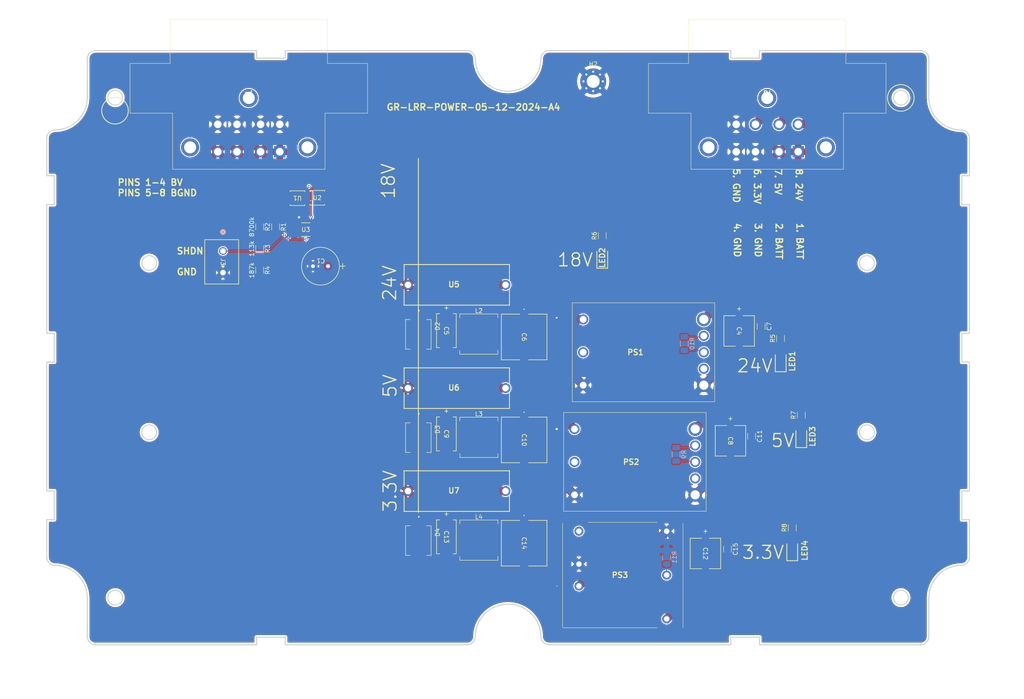
<source format=kicad_pcb>
(kicad_pcb (version 20240108) (generator "pcbnew") (generator_version "8.0")
  (layers (0 "F.Cu" signal) (31 "B.Cu" signal) (34 "B.Paste" user) (35 "F.Paste" user) (36 "B.SilkS" user "B.Silkscreen") (37 "F.SilkS" user "F.Silkscreen") (38 "B.Mask" user) (39 "F.Mask" user) (44 "Edge.Cuts" user))
  (net 0 "")
  (net 1 "24V")
  (net 2 "5V")
  (net 3 "3.3V")
  (net 4 "BV")
  (net 5 "BG")
  (net 6 "BATT+")
  (net 7 "SHDN_SW")
  (net 8 "Net-(PS1-+VIN)")
  (net 9 "Net-(PS2-+VIN)")
  (net 10 "Net-(PS3-+VIN)")
  (net 11 "Net-(C5-Pad1)")
  (net 12 "Net-(C9-Pad1)")
  (net 13 "Net-(C13-Pad1)")
  (net 14 "Net-(U3-UV)")
  (net 15 "Net-(U3-OV)")
  (net 16 "Net-(U1-G)")
  (net 17 "Net-(U1-S-Pad1)")
  (net 19 "Net-(PS1-+SENSE)")
  (net 20 "Net-(PS1-OUTPUT_TRIM)")
  (net 23 "Net-(PS2-+SENSE)")
  (net 24 "Net-(PS2-OUTPUT_TRIM)")
  (net 27 "Net-(PS3-OUTPUT_TRIM)")
  (net 32 "Net-(LED1-A)")
  (net 33 "Net-(LED2-A)")
  (net 34 "Net-(LED3-A)")
  (net 35 "Net-(LED4-A)")
  (footprint "avid_footprints:MOSFET_4DN-T1-E3_VIS" (layer "F.Cu") (at 109 99.2 180)
    (property "Reference" "U1")
    (property "Value" "SIS434DN-T1-GE3")
  )
  (footprint "avid_footprints:CAPMP7.6X4.3_4.3N_KEM-L" (layer "F.Cu") (at 143.5 177.647555 -90)
    (property "Reference" "C13")
    (property "Value" "33uF, 50V Tant")
  )
  (footprint "Resistor_SMD:R_1206_3216Metric_Pad1.30x1.75mm_HandSolder" (layer "F.Cu") (at 100.25 115.9 -90)
    (property "Reference" "R4")
    (property "Value" "187k")
  )
  (footprint "avid_footprints:WR-FSH_THT_2" (layer "F.Cu") (at 145.9 119.283645)
    (property "Reference" "U5")
    (property "Value" "696108003002" (hide yes))
  )
  (footprint "avid_footprints:U2-R_NCH-L" (layer "F.Cu") (at 161.5 155.1995 -90)
    (property "Reference" "C10")
    (property "Value" "220uF, 50V, Elec")
  )
  (footprint "avid_footprints:UEI15033Q12PC" (layer "F.Cu") (at 174.195 189.04 180)
    (property "Reference" "PS3")
    (property "Value" "UEI15-033-Q12P-C" (hide yes))
  )
  (footprint "avid_footprints:DIOM7959X262N" (layer "F.Cu") (at 137 178.516355 -90)
    (property "Reference" "D4")
    (property "Value" "SMCJ40A")
  )
  (footprint "Resistor_SMD:R_1206_3216Metric_Pad1.30x1.75mm_HandSolder" (layer "F.Cu") (at 100.25 110.9 -90)
    (property "Reference" "R3")
    (property "Value" "113k")
  )
  (footprint "avid_footprints:DT1308PB" (layer "F.Cu") (at 224.985 88.45 90)
    (property "Reference" "J2")
    (property "Value" "DT13-08PB" (hide yes))
  )
  (footprint "avid_footprints:UWS242Q12PC" (layer "F.Cu") (at 175.18 127.28)
    (property "Reference" "PS1")
    (property "Value" "UWS-24_2-Q12P-C" (hide yes))
  )
  (footprint "avid_footprints:LEDC3216X130N" (layer "F.Cu") (at 225.7 154.55 90)
    (property "Reference" "LED3")
    (property "Value" "QTLP650C2TR" (hide yes))
  )
  (footprint "avid_footprints:UWS-510-Q12P-C" (layer "F.Cu") (at 173.18 152.68)
    (property "Reference" "PS2")
    (property "Value" "UWS-510-Q12P-C" (hide yes))
  )
  (footprint "MountingHole:MountingHole_3mm_Pad_Via" (layer "F.Cu") (at 177.5 72.15)
    (property "Reference" "H2")
    (property "Value" "MountingHole_Pad")
  )
  (footprint "avid_footprints:LEDC3216X130N" (layer "F.Cu") (at 223.6 180.75 90)
    (property "Reference" "LED4")
    (property "Value" "QTLP650C2TR" (hide yes))
  )
  (footprint "Capacitor_SMD:C_1206_3216Metric_Pad1.33x1.80mm_HandSolder" (layer "F.Cu") (at 216.4 128.9 -90)
    (property "Reference" "C7")
    (property "Value" "1uF, 100V")
  )
  (footprint "avid_footprints:WR-FSH_THT_2" (layer "F.Cu") (at 145.9 143.2)
    (property "Reference" "U6")
    (property "Value" "696108003002" (hide yes))
  )
  (footprint "Capacitor_SMD:C_1206_3216Metric_Pad1.33x1.80mm_HandSolder" (layer "F.Cu") (at 214.2 154.3375 -90)
    (property "Reference" "C11")
    (property "Value" "1uF, 100V")
  )
  (footprint "avid_footprints:CAPMP7.6X4.3_4.3N_KEM-L" (layer "F.Cu") (at 143.5 129.883645 -90)
    (property "Reference" "C5")
    (property "Value" "33uF, 50V Tant")
  )
  (footprint "Resistor_SMD:R_1206_3216Metric_Pad1.30x1.75mm_HandSolder" (layer "F.Cu") (at 223.6 175.55 90)
    (property "Reference" "R8")
    (property "Value" "86ohm, 1/10w")
  )
  (footprint "avid_footprints:DT1308PB" (layer "F.Cu") (at 104.9 88.45 90)
    (property "Reference" "J1")
    (property "Value" "DT13-08PB" (hide yes))
  )
  (footprint "Resistor_SMD:R_1206_3216Metric_Pad1.30x1.75mm_HandSolder" (layer "F.Cu") (at 103.95 105.85 -90)
    (property "Reference" "R1")
    (property "Value" "100k")
  )
  (footprint "avid_footprints:50ZLH100MEFC8X11_5" (layer "F.Cu") (at 116.08325 114.95 180)
    (property "Reference" "C1")
    (property "Value" "50ZLH100MEFC8X11.5")
  )
  (footprint "avid_footprints:691137710002" (layer "F.Cu") (at 91.75 111.45 -90)
    (property "Reference" "J3")
    (property "Value" "691137710002")
  )
  (footprint "avid_footprints:U2-R_NCH-L" (layer "F.Cu") (at 161.5 131.351945 -90)
    (property "Reference" "C6")
    (property "Value" "220uF, 50V, Elec")
  )
  (footprint "avid_footprints:PCAP_6.3x5.4-ELECT_NCA-L" (layer "F.Cu") (at 203.5 181.4985 -90)
    (property "Reference" "C12")
    (property "Value" "10uF, 50v")
  )
  (footprint "Inductor_SMD:L_Coilcraft_XAL8080-XXX" (layer "F.Cu") (at 151.02 154.6)
    (property "Reference" "L3")
    (property "Value" "12uF, 10.5A")
  )
  (footprint "avid_footprints:MOSFET_4DN-T1-E3_VIS" (layer "F.Cu") (at 113.5825 99.125001)
    (property "Reference" "U2")
    (property "Value" "SIS434DN-T1-GE3")
  )
  (footprint "avid_footprints:PCAP_6.3x5.4-ELECT_NCA-L" (layer "F.Cu") (at 209.3 155.4 -90)
    (property "Reference" "C8")
    (property "Value" "10uF, 50v")
  )
  (footprint "avid_footprints:U2-R_NCH-L" (layer "F.Cu") (at 161.5 179.115855 -90)
    (property "Reference" "C14")
    (property "Value" "220uF, 50V, Elec")
  )
  (footprint "avid_footprints:DIOM7959X262N" (layer "F.Cu") (at 137 130.752445 -90)
    (property "Reference" "D2")
    (property "Value" "SMCJ40A")
  )
  (footprint "Resistor_SMD:R_1206_3216Metric_Pad1.30x1.75mm_HandSolder" (layer "F.Cu") (at 220.9 131.7 90)
    (property "Reference" "R5")
    (property "Value" "1.5k. 1/2w")
  )
  (footprint "Inductor_SMD:L_Coilcraft_XAL8080-XXX" (layer "F.Cu") (at 151 130.683645)
    (property "Reference" "L2")
    (property "Value" "12uF, 10.5A")
  )
  (footprint "avid_footprints:CAPMP7.6X4.3_4.3N_KEM-L" (layer "F.Cu") (at 143.5 153.8 -90)
    (property "Reference" "C9")
    (property "Value" "33uF, 50V Tant")
  )
  (footprint "Resistor_SMD:R_1206_3216Metric_Pad1.30x1.75mm_HandSolder" (layer "F.Cu") (at 179.6 107.9 90)
    (property "Reference" "R6")
    (property "Value" "1.5k. 1/2w")
  )
  (footprint "avid_footprints:DIOM7959X262N" (layer "F.Cu") (at 137 154.6688 -90)
    (property "Reference" "D3")
    (property "Value" "SMCJ40A")
  )
  (footprint "avid_footprints:LEDC3216X130N" (layer "F.Cu") (at 179.6 113 90)
    (property "Reference" "LED2")
    (property "Value" "QTLP650C2TR" (hide yes))
  )
  (footprint "avid_footprints:PCAP_6.3x5.4-ELECT_NCA-L" (layer "F.Cu") (at 211.3 129.9543 -90)
    (property "Reference" "C4")
    (property "Value" "10uF, 50v")
  )
  (footprint "Resistor_SMD:R_1206_3216Metric_Pad1.30x1.75mm_HandSolder" (layer "F.Cu") (at 225.7 149.45 90)
    (property "Reference" "R7")
    (property "Value" "200ohm, 1/10w")
  )
  (footprint "avid_footprints:LEDC3216X130N" (layer "F.Cu") (at 220.93 136.975 90)
    (property "Reference" "LED1")
    (property "Value" "QTLP650C2TR" (hide yes))
  )
  (footprint "Inductor_SMD:L_Coilcraft_XAL8080-XXX" (layer "F.Cu") (at 151.02 178.416355)
    (property "Reference" "L4")
    (property "Value" "12uF, 10.5A")
  )
  (footprint "avid_footprints:TSOT-23_TS8_LIT" (layer "F.Cu") (at 110.93555 106.475001)
    (property "Reference" "U3")
    (property "Value" "LTC4365CTS8-TRMPBF")
  )
  (footprint "Resistor_SMD:R_1206_3216Metric_Pad1.30x1.75mm_HandSolder" (layer "F.Cu") (at 100.25 105.85 -90)
    (property "Reference" "R2")
    (property "Value" "8700k")
  )
  (footprint "avid_footprints:WR-FSH_THT_2" (layer "F.Cu") (at 145.9 167.047555)
    (property "Reference" "U7")
    (property "Value" "696108003002" (hide yes))
  )
  (footprint "Capacitor_SMD:C_1206_3216Metric_Pad1.33x1.80mm_HandSolder" (layer "F.Cu") (at 208.6 180.4985 -90)
    (property "Reference" "C15")
    (property "Value" "1uF, 100V")
  )
  (footprint "Resistor_SMD:R_1206_3216Metric_Pad1.30x1.75mm_HandSolder" (layer "B.Cu") (at 196.7 158.55 90)
    (property "Reference" "R9")
    (property "Value" "168")
  )
  (footprint "Resistor_SMD:R_1206_3216Metric_Pad1.30x1.75mm_HandSolder" (layer "B.Cu") (at 194.5 182.4 90)
    (property "Reference" "R11")
    (property "Value" "168")
  )
  (footprint "Resistor_SMD:R_1206_3216Metric_Pad1.30x1.75mm_HandSolder" (layer "B.Cu") (at 198.6 132.9 90)
    (property "Reference" "R10")
    (property "Value" "168")
  )
  (gr_line (start 137 90) (end 137 172) (stroke (width 0.2)) (layer "F.SilkS"))
  (gr_circle (center 66.735 78.93) (end 69.815584 78.93) (stroke (width 0.2)) (fill none) (layer "F.SilkS"))
  (gr_circle (center 248.754416 75.98) (end 251.835 75.98) (stroke (width 0.2)) (fill none) (layer "F.SilkS"))
  (gr_circle (center 74.660484 153.42925) (end 74.660484 151.71475) (stroke (width 0.25)) (fill none) (layer "Edge.Cuts"))
  (gr_arc (start 150.170335 200.769637) (mid 157.781984 193.238966) (end 165.393633 200.769637) (stroke (width 0.25)) (layer "Edge.Cuts"))
  (gr_line (start 52.672222 93.999539) (end 52.672222 100.654161) (stroke (width 0.25)) (layer "Edge.Cuts"))
  (gr_line (start 255.237 75.80685) (end 255.237 66.91685) (stroke (width 0.25)) (layer "Edge.Cuts"))
  (gr_line (start 209.382173 65.029334) (end 167.281041 65.029334) (stroke (width 0.25)) (layer "Edge.Cuts"))
  (gr_arc (start 150.170335 200.769637) (mid 149.610458 202.091256) (end 148.282927 202.636966) (stroke (width 0.25)) (layer "Edge.Cuts"))
  (gr_arc (start 62.214484 202.636966) (mid 60.879824 202.08411) (end 60.326968 200.74945) (stroke (width 0.25)) (layer "Edge.Cuts"))
  (gr_line (start 60.326968 191.85945) (end 60.326968 200.74945) (stroke (width 0.25)) (layer "Edge.Cuts"))
  (gr_line (start 52.672222 130.505839) (end 52.672222 137.160461) (stroke (width 0.25)) (layer "Edge.Cuts"))
  (gr_line (start 264.635 100.654161) (end 262.891746 100.654161) (stroke (width 0.25)) (layer "Edge.Cuts"))
  (gr_line (start 62.214484 202.636966) (end 99.527173 202.636966) (stroke (width 0.25)) (layer "Edge.Cuts"))
  (gr_line (start 52.672222 137.160461) (end 50.928968 137.160461) (stroke (width 0.25)) (layer "Edge.Cuts"))
  (gr_line (start 255.237 200.74945) (end 255.237 191.85945) (stroke (width 0.25)) (layer "Edge.Cuts"))
  (gr_line (start 106.181795 200.893712) (end 106.181795 202.636966) (stroke (width 0.25)) (layer "Edge.Cuts"))
  (gr_arc (start 165.393633 66.896663) (mid 165.953537 65.575072) (end 167.281041 65.029334) (stroke (width 0.25)) (layer "Edge.Cuts"))
  (gr_arc (start 52.796297 184.247801) (mid 58.126162 186.50574) (end 60.326968 191.85945) (stroke (width 0.25)) (layer "Edge.Cuts"))
  (gr_line (start 262.891746 137.160461) (end 262.891746 130.505839) (stroke (width 0.25)) (layer "Edge.Cuts"))
  (gr_line (start 216.036795 202.636966) (end 253.349484 202.636966) (stroke (width 0.25)) (layer "Edge.Cuts"))
  (gr_line (start 52.672222 173.666761) (end 50.928968 173.666761) (stroke (width 0.25)) (layer "Edge.Cuts"))
  (gr_line (start 50.928968 85.305907) (end 50.928968 93.999539) (stroke (width 0.25)) (layer "Edge.Cuts"))
  (gr_arc (start 253.349484 65.029334) (mid 254.684174 65.58216) (end 255.237 66.91685) (stroke (width 0.25)) (layer "Edge.Cuts"))
  (gr_line (start 262.891746 100.654161) (end 262.891746 93.999539) (stroke (width 0.25)) (layer "Edge.Cuts"))
  (gr_circle (center 74.660484 114.23705) (end 74.660484 112.52255) (stroke (width 0.25)) (fill none) (layer "Edge.Cuts"))
  (gr_line (start 253.349484 65.029334) (end 216.036795 65.029334) (stroke (width 0.25)) (layer "Edge.Cuts"))
  (gr_circle (center 248.777484 75.93385) (end 248.777484 74.21935) (stroke (width 0.25)) (fill none) (layer "Edge.Cuts"))
  (gr_arc (start 264.635 182.360393) (mid 264.08926 183.687894) (end 262.767671 184.247801) (stroke (width 0.25)) (layer "Edge.Cuts"))
  (gr_line (start 262.891746 93.999539) (end 264.635 93.999539) (stroke (width 0.25)) (layer "Edge.Cuts"))
  (gr_line (start 167.281041 202.636966) (end 209.382173 202.636966) (stroke (width 0.25)) (layer "Edge.Cuts"))
  (gr_line (start 264.635 137.160461) (end 262.891746 137.160461) (stroke (width 0.25)) (layer "Edge.Cuts"))
  (gr_arc (start 50.928968 85.305907) (mid 51.474695 83.978392) (end 52.796297 83.418499) (stroke (width 0.25)) (layer "Edge.Cuts"))
  (gr_circle (center 240.903484 153.42925) (end 240.903484 151.71475) (stroke (width 0.25)) (fill none) (layer "Edge.Cuts"))
  (gr_line (start 216.036795 66.772588) (end 209.382173 66.772588) (stroke (width 0.25)) (layer "Edge.Cuts"))
  (gr_line (start 106.181795 202.636966) (end 148.282927 202.636966) (stroke (width 0.25)) (layer "Edge.Cuts"))
  (gr_line (start 99.527173 66.772588) (end 99.527173 65.029334) (stroke (width 0.25)) (layer "Edge.Cuts"))
  (gr_arc (start 148.282927 65.029334) (mid 149.61041 65.575093) (end 150.170335 66.896663) (stroke (width 0.25)) (layer "Edge.Cuts"))
  (gr_line (start 216.036795 65.029334) (end 216.036795 66.772588) (stroke (width 0.25)) (layer "Edge.Cuts"))
  (gr_circle (center 66.786484 75.93385) (end 66.786484 74.21935) (stroke (width 0.25)) (fill none) (layer "Edge.Cuts"))
  (gr_line (start 264.635 167.012139) (end 264.635 137.160461) (stroke (width 0.25)) (layer "Edge.Cuts"))
  (gr_line (start 209.382173 200.893712) (end 216.036795 200.893712) (stroke (width 0.25)) (layer "Edge.Cuts"))
  (gr_line (start 52.672222 167.012139) (end 52.672222 173.666761) (stroke (width 0.25)) (layer "Edge.Cuts"))
  (gr_arc (start 167.281041 202.636966) (mid 165.953509 202.091257) (end 165.393633 200.769637) (stroke (width 0.25)) (layer "Edge.Cuts"))
  (gr_line (start 264.635 182.360393) (end 264.635 173.666761) (stroke (width 0.25)) (layer "Edge.Cuts"))
  (gr_line (start 50.928968 130.505839) (end 52.672222 130.505839) (stroke (width 0.25)) (layer "Edge.Cuts"))
  (gr_line (start 148.282927 65.029334) (end 106.181795 65.029334) (stroke (width 0.25)) (layer "Edge.Cuts"))
  (gr_arc (start 52.796297 184.247801) (mid 51.474696 183.687906) (end 50.928968 182.360393) (stroke (width 0.25)) (layer "Edge.Cuts"))
  (gr_line (start 99.527173 202.636966) (end 99.527173 200.893712) (stroke (width 0.25)) (layer "Edge.Cuts"))
  (gr_line (start 99.527173 200.893712) (end 106.181795 200.893712) (stroke (width 0.25)) (layer "Edge.Cuts"))
  (gr_line (start 209.382173 66.772588) (end 209.382173 65.029334) (stroke (width 0.25)) (layer "Edge.Cuts"))
  (gr_line (start 60.326968 66.91685) (end 60.326968 75.80685) (stroke (width 0.25)) (layer "Edge.Cuts"))
  (gr_line (start 52.672222 100.654161) (end 50.928968 100.654161) (stroke (width 0.25)) (layer "Edge.Cuts"))
  (gr_arc (start 262.767671 83.418499) (mid 257.437835 81.16053) (end 255.237 75.80685) (stroke (width 0.25)) (layer "Edge.Cuts"))
  (gr_arc (start 255.237 191.85945) (mid 257.437824 186.505758) (end 262.767671 184.247801) (stroke (width 0.25)) (layer "Edge.Cuts"))
  (gr_circle (center 248.777484 191.73245) (end 248.777484 190.01795) (stroke (width 0.25)) (fill none) (layer "Edge.Cuts"))
  (gr_arc (start 165.393633 66.896663) (mid 157.781984 74.427334) (end 150.170335 66.896663) (stroke (width 0.25)) (layer "Edge.Cuts"))
  (gr_line (start 106.181795 65.029334) (end 106.181795 66.772588) (stroke (width 0.25)) (layer "Edge.Cuts"))
  (gr_line (start 99.527173 65.029334) (end 62.214484 65.029334) (stroke (width 0.25)) (layer "Edge.Cuts"))
  (gr_line (start 264.635 93.999539) (end 264.635 85.305907) (stroke (width 0.25)) (layer "Edge.Cuts"))
  (gr_line (start 50.928968 137.160461) (end 50.928968 167.012139) (stroke (width 0.25)) (layer "Edge.Cuts"))
  (gr_arc (start 262.767671 83.418499) (mid 264.08928 83.978385) (end 264.635 85.305907) (stroke (width 0.25)) (layer "Edge.Cuts"))
  (gr_circle (center 66.786484 191.73245) (end 66.786484 190.01795) (stroke (width 0.25)) (fill none) (layer "Edge.Cuts"))
  (gr_line (start 262.891746 130.505839) (end 264.635 130.505839) (stroke (width 0.25)) (layer "Edge.Cuts"))
  (gr_line (start 50.928968 93.999539) (end 52.672222 93.999539) (stroke (width 0.25)) (layer "Edge.Cuts"))
  (gr_line (start 209.382173 202.636966) (end 209.382173 200.893712) (stroke (width 0.25)) (layer "Edge.Cuts"))
  (gr_line (start 262.891746 167.012139) (end 264.635 167.012139) (stroke (width 0.25)) (layer "Edge.Cuts"))
  (gr_line (start 264.635 173.666761) (end 262.891746 173.666761) (stroke (width 0.25)) (layer "Edge.Cuts"))
  (gr_line (start 50.928968 173.666761) (end 50.928968 182.360393) (stroke (width 0.25)) (layer "Edge.Cuts"))
  (gr_line (start 264.635 130.505839) (end 264.635 100.654161) (stroke (width 0.25)) (layer "Edge.Cuts"))
  (gr_arc (start 60.326968 66.91685) (mid 60.879812 65.582178) (end 62.214484 65.029334) (stroke (width 0.25)) (layer "Edge.Cuts"))
  (gr_line (start 216.036795 200.893712) (end 216.036795 202.636966) (stroke (width 0.25)) (layer "Edge.Cuts"))
  (gr_line (start 50.928968 100.654161) (end 50.928968 130.505839) (stroke (width 0.25)) (layer "Edge.Cuts"))
  (gr_circle (center 240.903484 114.23705) (end 240.903484 112.52255) (stroke (width 0.25)) (fill none) (layer "Edge.Cuts"))
  (gr_arc (start 255.237 200.74945) (mid 254.684163 202.084129) (end 253.349484 202.636966) (stroke (width 0.25)) (layer "Edge.Cuts"))
  (gr_arc (start 60.326968 75.80685) (mid 58.126145 81.160542) (end 52.796297 83.418499) (stroke (width 0.25)) (layer "Edge.Cuts"))
  (gr_line (start 50.928968 167.012139) (end 52.672222 167.012139) (stroke (width 0.25)) (layer "Edge.Cuts"))
  (gr_line (start 106.181795 66.772588) (end 99.527173 66.772588) (stroke (width 0.25)) (layer "Edge.Cuts"))
  (gr_line (start 262.891746 173.666761) (end 262.891746 167.012139) (stroke (width 0.25)) (layer "Edge.Cuts"))
  (gr_text "5V" (at 132.2 145.6 90) (layer "F.SilkS") (effects (font (size 3 3) (thickness 0.3) (bold yes)) (justify left bottom)))
  (gr_text "24V" (at 132.1 123.2 90) (layer "F.SilkS") (effects (font (size 3 3) (thickness 0.3) (bold yes)) (justify left bottom)))
  (gr_text "24V" (at 210.6 139.8 0) (layer "F.SilkS") (effects (font (size 3 3) (thickness 0.3) (bold yes)) (justify left bottom)))
  (gr_text "3.3V" (at 132.2 172.1 90) (layer "F.SilkS") (effects (font (size 3 3) (thickness 0.3) (bold yes)) (justify left bottom)))
  (gr_text "18V" (at 131.8 99.6 90) (layer "F.SilkS") (effects (font (size 3 3) (thickness 0.3) (bold yes)) (justify left bottom)))
  (gr_text "8. 24V\n\n7. 5V\n\n6. 3.3V\n\n5. GND" (at 209.8 92.2 270) (layer "F.SilkS") (effects (font (size 1.5 1.5) (thickness 0.3) (bold yes)) (justify left bottom)))
  (gr_text "SHDN\n\nGND\n" (at 80.9 117.15 0) (layer "F.SilkS") (effects (font (size 1.5 1.5) (thickness 0.3) (bold yes)) (justify left bottom)))
  (gr_text "PINS 1-4 BV\nPINS 5-8 BGND" (at 67.2 98.85 0) (layer "F.SilkS") (effects (font (size 1.5 1.5) (thickness 0.3) (bold yes)) (justify left bottom)))
  (gr_text "5V" (at 218.5 157.1 0) (layer "F.SilkS") (effects (font (size 3 3) (thickness 0.3) (bold yes)) (justify left bottom)))
  (gr_text "18V" (at 169 115.25 0) (layer "F.SilkS") (effects (font (size 3 3) (thickness 0.3) (bold yes)) (justify left bottom)))
  (gr_text "3.3V" (at 211.8 183 0) (layer "F.SilkS") (effects (font (size 3 3) (thickness 0.3) (bold yes)) (justify left bottom)))
  (gr_text "1. BATT\n\n2. BATT\n\n3. GND\n\n4. GND" (at 210 104.8 270) (layer "F.SilkS") (effects (font (size 1.5 1.5) (thickness 0.3) (bold yes)) (justify left bottom)))
  (gr_text "GR-LRR-POWER-05-12-2024-A4" (at 129.5 79 0) (layer "F.SilkS") (effects (font (size 1.5 1.5) (thickness 0.3) (bold yes)) (justify left bottom)))
  (segment (start 215.3265 125.6015) (end 204.7985 125.6015) (width 2) (layer "F.Cu") (net 1))
  (segment (start 204.7985 125.6015) (end 203.12 127.28) (width 2) (layer "F.Cu") (net 1))
  (segment (start 246.5 94.2) (end 246.5 114.2) (width 2) (layer "F.Cu") (net 1))
  (segment (start 246.5 114.2) (end 235.0985 125.6015) (width 2) (layer "F.Cu") (net 1))
  (segment (start 219.2125 130.15) (end 216.4 127.3375) (width 0.2) (layer "F.Cu") (net 1))
  (segment (start 216.4 127.3375) (end 216.4 126.675) (width 2) (layer "F.Cu") (net 1))
  (segment (start 220.9 130.15) (end 219.2125 130.15) (width 0.2) (layer "F.Cu") (net 1))
  (segment (start 224.985 82.1) (end 225.085 82) (width 2) (layer "F.Cu") (net 1))
  (segment (start 225.085 82) (end 234.3 82) (width 2) (layer "F.Cu") (net 1))
  (segment (start 235.0985 125.6015) (end 215.3265 125.6015) (width 2) (layer "F.Cu") (net 1))
  (segment (start 216.4 126.675) (end 215.3265 125.6015) (width 2) (layer "F.Cu") (net 1))
  (segment (start 234.3 82) (end 246.5 94.2) (width 2) (layer "F.Cu") (net 1))
  (segment (start 214.2 152.1125) (end 213.1347 151.0472) (width 2) (layer "F.Cu") (net 2))
  (segment (start 223.14 79.5) (end 236.4 79.5) (width 2) (layer "F.Cu") (net 2))
  (segment (start 220.54 82.1) (end 223.14 79.5) (width 2) (layer "F.Cu") (net 2))
  (segment (start 202.7528 151.0472) (end 201.12 152.68) (width 2) (layer "F.Cu") (net 2))
  (segment (start 214.2 152.775) (end 214.2 152.1125) (width 2) (layer "F.Cu") (net 2))
  (segment (start 219.075 147.9) (end 214.2 152.775) (width 0.2) (layer "F.Cu") (net 2))
  (segment (start 249.6 117.375) (end 214.2 152.775) (width 2) (layer "F.Cu") (net 2))
  (segment (start 249.6 92.7) (end 249.6 117.375) (width 2) (layer "F.Cu") (net 2))
  (segment (start 213.1347 151.0472) (end 202.7528 151.0472) (width 2) (layer "F.Cu") (net 2))
  (segment (start 225.7 147.9) (end 219.075 147.9) (width 0.2) (layer "F.Cu") (net 2))
  (segment (start 236.4 79.5) (end 249.6 92.7) (width 2) (layer "F.Cu") (net 2))
  (segment (start 219.92 79.58) (end 223.5 76) (width 2) (layer "F.Cu") (net 3))
  (segment (start 213.536 174) (end 212.018 175.518) (width 0.2) (layer "F.Cu") (net 3))
  (segment (start 199.732986 177.1457) (end 207.267014 177.1457) (width 2) (layer "F.Cu") (net 3))
  (segment (start 223.5 76) (end 238.3 76) (width 2) (layer "F.Cu") (net 3))
  (segment (start 197.3 179.578686) (end 199.732986 177.1457) (width 2) (layer "F.Cu") (net 3))
  (segment (start 223.6 174) (end 213.536 174) (width 0.2) (layer "F.Cu") (net 3))
  (segment (start 207.267014 177.1457) (end 208.6 178.478686) (width 2) (layer "F.Cu") (net 3))
  (segment (start 252.8 90.5) (end 252.8 134.736) (width 2) (layer "F.Cu") (net 3))
  (segment (start 215.08 82.1) (end 217.6 79.58) (width 2) (layer "F.Cu") (net 3))
  (segment (start 252.8 134.736) (end 212.018 175.518) (width 2) (layer "F.Cu") (net 3))
  (segment (start 194.515 196.66) (end 197.3 193.875) (width 2) (layer "F.Cu") (net 3))
  (segment (start 217.6 79.58) (end 219.92 79.58) (width 2) (layer "F.Cu") (net 3))
  (segment (start 208.6 178.478686) (end 208.6 178.936) (width 2) (layer "F.Cu") (net 3))
  (segment (start 197.3 193.875) (end 197.3 179.578686) (width 2) (layer "F.Cu") (net 3))
  (segment (start 238.3 76) (end 252.8 90.5) (width 2) (layer "F.Cu") (net 3))
  (segment (start 212.018 175.518) (end 208.6 178.936) (width 2) (layer "F.Cu") (net 3))
  (segment (start 105.150002 105.500002) (end 103.95 104.3) (width 0.2) (layer "F.Cu") (net 4))
  (segment (start 109.6211 105.500002) (end 105.150002 105.500002) (width 0.2) (layer "F.Cu") (net 4))
  (segment (start 141.932694 158.1538) (end 143.5 156.586494) (width 2) (layer "F.Cu") (net 5))
  (segment (start 161.5 159.2) (end 160.5475 160.1525) (width 2) (layer "F.Cu") (net 5))
  (segment (start 109.6211 107.45) (end 109.25 107.45) (width 0.2) (layer "F.Cu") (net 5))
  (segment (start 194.515 176.34) (end 189.2 181.655) (width 2) (layer "F.Cu") (net 5))
  (segment (start 161.5 135.352445) (end 168.012445 135.352445) (width 2) (layer "F.Cu") (net 5))
  (segment (start 216.4 130.4625) (end 216.4 132.974114) (width 2) (layer "F.Cu") (net 5))
  (segment (start 147.066006 160.1525) (end 143.5 156.586494) (width 2) (layer "F.Cu") (net 5))
  (segment (start 143.5 132.670139) (end 143.634899 132.670139) (width 2) (layer "F.Cu") (net 5))
  (segment (start 137 158.1538) (end 141.932694 158.1538) (width 2) (layer "F.Cu") (net 5))
  (segment (start 203.615693 189.502621) (end 203.615693 190.884307) (width 2) (layer "F.Cu") (net 5))
  (segment (start 146.348405 135.383645) (end 161.4688 135.383645) (width 2) (layer "F.Cu") (net 5))
  (segment (start 209.117314 159.922686) (end 209.117314 159.7528) (width 2) (layer "F.Cu") (net 5))
  (segment (start 216.4 132.974114) (end 215.067014 134.3071) (width 2) (layer "F.Cu") (net 5))
  (segment (start 203.615693 190.884307) (end 203.615693 185.784307) (width 2) (layer "F.Cu") (net 5))
  (segment (start 191.3 200.6) (end 198.2 200.6) (width 2) (layer "F.Cu") (net 5))
  (segment (start 201.12 167.92) (end 209.117314 159.922686) (width 2) (layer "F.Cu") (net 5))
  (segment (start 164.46 159.2) (end 173.18 167.92) (width 2) (layer "F.Cu") (net 5))
  (segment (start 141.932694 134.237445) (end 143.5 132.670139) (width 2) (layer "F.Cu") (net 5))
  (segment (start 161.4688 135.383645) (end 161.5 135.352445) (width 2) (layer "F.Cu") (net 5))
  (segment (start 208.6 182.061) (end 208.6 184.518314) (width 2) (layer "F.Cu") (net 5))
  (segment (start 168.012445 135.352445) (end 175.18 142.52) (width 2) (layer "F.Cu") (net 5))
  (segment (start 143.5 180.434049) (end 146.182306 183.116355) (width 2) (layer "F.Cu") (net 5))
  (segment (start 189.2 198.5) (end 191.3 200.6) (width 2) (layer "F.Cu") (net 5))
  (segment (start 203.615693 195.184307) (end 203.615693 190.884307) (width 2) (layer "F.Cu") (net 5))
  (segment (start 214.2 155.9) (end 214.2 158.619814) (width 2) (layer "F.Cu") (net 5))
  (segment (start 160.5475 160.1525) (end 147.066006 160.1525) (width 2) (layer "F.Cu") (net 5))
  (segment (start 100.25 116.45) (end 100.25 117.45) (width 0.2) (layer "F.Cu") (net 5))
  (segment (start 211.117314 134.522686) (end 211.117314 134.3071) (width 2) (layer "F.Cu") (net 5))
  (segment (start 208.6 184.518314) (end 203.615693 189.502621) (width 2) (layer "F.Cu") (net 5))
  (segment (start 146.182306 183.116355) (end 161.5 183.116355) (width 2) (layer "F.Cu") (net 5))
  (segment (start 161.5 159.2) (end 164.46 159.2) (width 2) (layer "F.Cu") (net 5))
  (segment (start 212.897128 159.922686) (end 209.117314 159.922686) (width 2) (layer "F.Cu") (net 5))
  (segment (start 109.25 107.45) (end 100.25 116.45) (width 0.2) (layer "F.Cu") (net 5))
  (segment (start 214.2 158.619814) (end 212.897128 159.922686) (width 2) (layer "F.Cu") (net 5))
  (segment (start 189.2 181.655) (end 189.2 198.5) (width 2) (layer "F.Cu") (net 5))
  (segment (start 143.634899 132.670139) (end 146.348405 135.383645) (width 2) (layer "F.Cu") (net 5))
  (segment (start 198.2 200.6) (end 203.615693 195.184307) (width 2) (layer "F.Cu") (net 5))
  (segment (start 141.932694 182.001355) (end 143.5 180.434049) (width 2) (layer "F.Cu") (net 5))
  (segment (start 161.5 183.116355) (end 167.418645 183.116355) (width 2) (layer "F.Cu") (net 5))
  (segment (start 137 182.001355) (end 141.932694 182.001355) (width 2) (layer "F.Cu") (net 5))
  (segment (start 137 134.237445) (end 141.932694 134.237445) (width 2) (layer "F.Cu") (net 5))
  (segment (start 203.12 142.52) (end 211.117314 134.522686) (width 2) (layer "F.Cu") (net 5))
  (segment (start 215.067014 134.3071) (end 211.117314 134.3071) (width 2) (layer "F.Cu") (net 5))
  (segment (start 194.5 180.85) (end 194.5 176.355) (width 0.2) (layer "B.Cu") (net 5))
  (segment (start 194.5 176.355) (end 194.515 176.34) (width 0.2) (layer "B.Cu") (net 5))
  (segment (start 112.88815 106.15) (end 115.1 103.93815) (width 0.2) (layer "F.Cu") (net 6))
  (segment (start 115.1 103.93815) (end 115.1 100.1) (width 0.2) (layer "F.Cu") (net 6))
  (segment (start 112.25 106.15) (end 112.88815 106.15) (width 0.2) (layer "F.Cu") (net 6))
  (segment (start 103.95 107.4) (end 105.7 107.4) (width 0.2) (layer "F.Cu") (net 7))
  (segment (start 105.7 107.4) (end 106 107.7) (width 0.2) (layer "F.Cu") (net 7))
  (segment (start 111 108.7) (end 112.25 107.45) (width 0.2) (layer "F.Cu") (net 7))
  (via (at 106 107.7) (size 0.6) (drill 0.3) (layers "F.Cu" "B.Cu") (net 7))
  (via (at 111 108.7) (size 0.6) (drill 0.3) (layers "F.Cu" "B.Cu") (net 7))
  (segment (start 107 108.7) (end 106 107.7) (width 0.2) (layer "B.Cu") (net 7))
  (segment (start 111 108.7) (end 107 108.7) (width 0.2) (layer "B.Cu") (net 7))
  (segment (start 91.75 111.45) (end 102.25 111.45) (width 0.2) (layer "B.Cu") (net 7))
  (segment (start 102.25 111.45) (end 106 107.7) (width 0.2) (layer "B.Cu") (net 7))
  (segment (start 153.58 130.683645) (end 158.1678 130.683645) (width 2) (layer "F.Cu") (net 8))
  (segment (start 158.1678 130.683645) (end 161.5 127.351445) (width 2) (layer "F.Cu") (net 8))
  (segment (start 175.18 127.28) (end 161.571445 127.28) (width 2) (layer "F.Cu") (net 8))
  (segment (start 161.571445 127.28) (end 161.5 127.351445) (width 2) (layer "F.Cu") (net 8))
  (segment (start 171.699 151.199) (end 173.18 152.68) (width 2) (layer "F.Cu") (net 9))
  (segment (start 158.099 154.6) (end 161.5 151.199) (width 2) (layer "F.Cu") (net 9))
  (segment (start 153.6 154.6) (end 158.099 154.6) (width 2) (layer "F.Cu") (net 9))
  (segment (start 161.5 151.199) (end 171.699 151.199) (width 2) (layer "F.Cu") (net 9))
  (segment (start 164.315355 172.3) (end 161.5 175.115355) (width 2) (layer "F.Cu") (net 10))
  (segment (start 176.6 172.3) (end 164.315355 172.3) (width 2) (layer "F.Cu") (net 10))
  (segment (start 156.901 175.115355) (end 153.6 178.416355) (width 2) (layer "F.Cu") (net 10))
  (segment (start 161.5 175.115355) (end 156.901 175.115355) (width 2) (layer "F.Cu") (net 10))
  (segment (start 179.6 175.3) (end 176.6 172.3) (width 2) (layer "F.Cu") (net 10))
  (segment (start 179.6 183.635) (end 179.6 175.3) (width 2) (layer "F.Cu") (net 10))
  (segment (start 174.195 189.04) (end 179.6 183.635) (width 2) (layer "F.Cu") (net 10))
  (segment (start 137.170294 127.097151) (end 137 127.267445) (width 2) (layer "F.Cu") (net 11))
  (segment (start 143.5 127.097151) (end 137.170294 127.097151) (width 2) (layer "F.Cu") (net 11))
  (segment (start 157.2 119.283645) (end 144.9838 119.283645) (width 2) (layer "F.Cu") (net 11))
  (segment (start 147.086494 130.683645) (end 143.5 127.097151) (width 2) (layer "F.Cu") (net 11))
  (segment (start 148.42 130.683645) (end 147.086494 130.683645) (width 2) (layer "F.Cu") (net 11))
  (segment (start 144.9838 119.283645) (end 137 127.267445) (width 2) (layer "F.Cu") (net 11))
  (segment (start 143.5 151.013506) (end 144.853506 151.013506) (width 2) (layer "F.Cu") (net 12))
  (segment (start 137 151.1838) (end 143.329706 151.1838) (width 2) (layer "F.Cu") (net 12))
  (segment (start 157.2 143.2) (end 144.9838 143.2) (width 2) (layer "F.Cu") (net 12))
  (segment (start 143.329706 151.1838) (end 143.5 151.013506) (width 2) (layer "F.Cu") (net 12))
  (segment (start 144.853506 151.013506) (end 148.44 154.6) (width 2) (layer "F.Cu") (net 12))
  (segment (start 144.9838 143.2) (end 137 151.1838) (width 2) (layer "F.Cu") (net 12))
  (segment (start 157.2 167.047555) (end 144.9838 167.047555) (width 2) (layer "F.Cu") (net 13))
  (segment (start 143.5 174.861061) (end 144.884706 174.861061) (width 2) (layer "F.Cu") (net 13))
  (segment (start 143.329706 175.031355) (end 143.5 174.861061) (width 2) (layer "F.Cu") (net 13))
  (segment (start 144.9838 167.047555) (end 137 175.031355) (width 2) (layer "F.Cu") (net 13))
  (segment (start 137 175.031355) (end 143.329706 175.031355) (width 2) (layer "F.Cu") (net 13))
  (segment (start 144.884706 174.861061) (end 148.44 178.416355) (width 2) (layer "F.Cu") (net 13))
  (segment (start 100.25 107.4) (end 100.25 109.35) (width 0.2) (layer "F.Cu") (net 14))
  (segment (start 101.5 106.15) (end 100.25 107.4) (width 0.2) (layer "F.Cu") (net 14))
  (segment (start 109.6211 106.15) (end 101.5 106.15) (width 0.2) (layer "F.Cu") (net 14))
  (segment (start 103 112.45) (end 100.25 112.45) (width 0.2) (layer "F.Cu") (net 15))
  (segment (start 109.6211 106.800002) (end 108.649998 106.800002) (width 0.2) (layer "F.Cu") (net 15))
  (segment (start 100.25 112.45) (end 100.25 114.35) (width 0.2) (layer "F.Cu") (net 15))
  (segment (start 108.649998 106.800002) (end 103 112.45) (width 0.2) (layer "F.Cu") (net 15))
  (segment (start 110.5175 97.6325) (end 111.7 96.45) (width 0.2) (layer "F.Cu") (net 16))
  (segment (start 112.25 103.6) (end 112.3 103.55) (width 0.2) (layer "F.Cu") (net 16))
  (segment (start 110.5175 98.225001) (end 110.5175 97.6325) (width 0.2) (layer "F.Cu") (net 16))
  (segment (start 112.25 105.500002) (end 112.25 103.6) (width 0.2) (layer "F.Cu") (net 16))
  (segment (start 112.3 103.55) (end 112.065 103.315) (width 0.2) (layer "F.Cu") (net 16))
  (segment (start 112.25 100.285) (end 112.065 100.1) (width 0.2) (layer "F.Cu") (net 16))
  (segment (start 112.065 103.315) (end 112.065 100.1) (width 0.2) (layer "F.Cu") (net 16))
  (via (at 111.7 96.45) (size 0.6) (drill 0.3) (layers "F.Cu" "B.Cu") (net 16))
  (via (at 112.3 103.55) (size 0.6) (drill 0.3) (layers "F.Cu" "B.Cu") (net 16))
  (segment (start 112.3 97.05) (end 111.7 96.45) (width 0.2) (layer "B.Cu") (net 16))
  (segment (start 112.3 103.55) (end 112.3 97.05) (width 0.2) (layer "B.Cu") (net 16))
  (segment (start 202.86 131.35) (end 203.12 131.09) (width 0.2) (layer "B.Cu") (net 19))
  (segment (start 198.6 131.35) (end 202.86 131.35) (width 0.2) (layer "B.Cu") (net 19))
  (segment (start 198.6 134.45) (end 202.67 134.45) (width 0.2) (layer "B.Cu") (net 20))
  (segment (start 202.67 134.45) (end 203.12 134.9) (width 0.2) (layer "B.Cu") (net 20))
  (segment (start 196.7 157) (end 200.61 157) (width 0.2) (layer "B.Cu") (net 23))
  (segment (start 200.61 157) (end 201.12 156.49) (width 0.2) (layer "B.Cu") (net 23))
  (segment (start 200.92 160.1) (end 201.12 160.3) (width 0.2) (layer "B.Cu") (net 24))
  (segment (start 196.7 160.1) (end 200.92 160.1) (width 0.2) (layer "B.Cu") (net 24))
  (segment (start 194.5 183.95) (end 194.5 186.485) (width 0.2) (layer "B.Cu") (net 27))
  (segment (start 194.5 186.485) (end 194.515 186.5) (width 0.2) (layer "B.Cu") (net 27))
  (segment (start 220.9 133.25) (end 220.9 135.445) (width 0.2) (layer "F.Cu") (net 32))
  (segment (start 179.6 109.45) (end 179.6 111.5) (width 0.2) (layer "F.Cu") (net 33))
  (segment (start 225.7 151) (end 225.7 153.05) (width 0.2) (layer "F.Cu") (net 34))
  (segment (start 223.6 177.1) (end 223.6 179.25) (width 0.2) (layer "F.Cu") (net 35))
  (zone (net 6) (net_name "BATT+") (layer "F.Cu") (priority 2) (connect_pads thru_hole_only (clearance 0.25)) (min_thickness 0.25) (fill yes (thermal_gap 0.75) (thermal_bridge_width 1.5) (smoothing chamfer) (radius 0.5))
    (polygon (pts (xy 114.5 91) (xy 217.8 91) (xy 217.8 84) (xy 228.75 84) (xy 228.75 106.5) (xy 133.8 106.6) (xy 133.8 114.6) (xy 137.1 114.6) (xy 137.1 124) (xy 133.7 124) (xy 133.7 138.5) (xy 137.1 138.5) (xy 137.1 147.9) (xy 133.7 147.9) (xy 133.7 162.4) (xy 137.1 162.4) (xy 137.1 172) (xy 133.75 172) (xy 114.25 172)))
  )
  (zone (net 4) (net_name "BV") (layer "F.Cu") (priority 3) (connect_pads thru_hole_only (clearance 0.25)) (min_thickness 0.25) (fill yes (thermal_gap 0.75) (thermal_bridge_width 1.5) (smoothing chamfer) (radius 0.25))
    (polygon (pts (xy 109.8 97.95) (xy 109.8 100.45) (xy 107.75 100.45) (xy 107.75 97.95)))
  )
  (zone (net 4) (net_name "BV") (layer "F.Cu") (priority 2) (connect_pads thru_hole_only (clearance 0)) (min_thickness 0.25) (fill yes (thermal_gap 0.75) (thermal_bridge_width 1.5) (smoothing chamfer) (radius 0.5))
    (polygon (pts (xy 87 85.55) (xy 108 85.45) (xy 108 104.95) (xy 87 104.95)))
  )
  (zone (net 6) (net_name "BATT+") (layer "F.Cu") (priority 3) (connect_pads thru_hole_only (clearance 0.25)) (min_thickness 0.25) (fill yes (thermal_gap 0.75) (thermal_bridge_width 1.5) (smoothing chamfer) (radius 0.25))
    (polygon (pts (xy 114.8 97.85) (xy 114.8 100.35) (xy 112.75 100.35) (xy 112.75 97.85)))
  )
  (zone (net 17) (net_name "Net-(U1-S-Pad1)") (layer "F.Cu") (priority 1) (connect_pads yes (clearance 0)) (min_thickness 0.25) (fill yes (thermal_gap 0.1) (thermal_bridge_width 0.5))
    (polygon (pts (xy 110.0825 100.425001) (xy 111.5825 100.425001) (xy 111.5825 99.725001) (xy 112.4825 99.725001) (xy 112.4825 97.725001) (xy 110.9825 97.725001) (xy 110.9825 98.525001) (xy 110.0825 98.525001)))
  )
  (zone (net 5) (net_name "BG") (layers "F&B.Cu") (connect_pads (clearance 0.25)) (min_thickness 0.25) (fill yes (thermal_gap 0.75) (thermal_bridge_width 1.5) (smoothing chamfer) (radius 0.5))
    (polygon (pts (xy 42.8 53.6) (xy 277.3 53.3) (xy 276 215.2) (xy 40.1 212.4)))
  )
)
</source>
